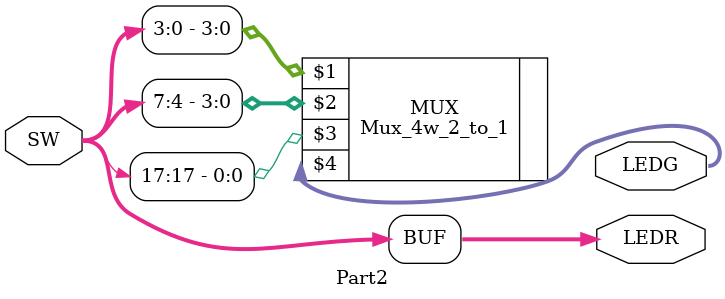
<source format=sv>
module Part2(SW,LEDG,LEDR);
   input [17:0]SW;
   output [3:0]LEDG;
   output [17:0]LEDR;
   assign LEDR = SW;
//x y s m
   Mux_4w_2_to_1 MUX(SW[3:0],SW[7:4],SW[17],LEDG[3:0]);
endmodule

</source>
